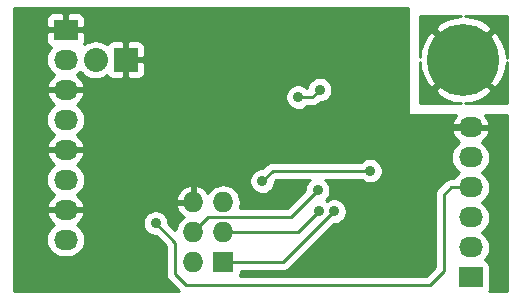
<source format=gbr>
G04 #@! TF.FileFunction,Copper,L2,Bot,Signal*
%FSLAX46Y46*%
G04 Gerber Fmt 4.6, Leading zero omitted, Abs format (unit mm)*
G04 Created by KiCad (PCBNEW 0.201412031631+5310~19~ubuntu14.04.1-product) date sáb 06 dic 2014 19:35:42 CET*
%MOMM*%
G01*
G04 APERTURE LIST*
%ADD10C,0.100000*%
%ADD11R,1.727200X1.727200*%
%ADD12O,1.727200X1.727200*%
%ADD13C,6.096000*%
%ADD14R,2.032000X1.727200*%
%ADD15O,2.032000X1.727200*%
%ADD16R,2.032000X2.032000*%
%ADD17O,2.032000X2.032000*%
%ADD18C,0.889000*%
%ADD19C,0.508000*%
%ADD20C,0.254000*%
G04 APERTURE END LIST*
D10*
D11*
X149225000Y-108585000D03*
D12*
X146685000Y-108585000D03*
X149225000Y-106045000D03*
X146685000Y-106045000D03*
X149225000Y-103505000D03*
X146685000Y-103505000D03*
D13*
X169545000Y-91440000D03*
D14*
X135890000Y-88900000D03*
D15*
X135890000Y-91440000D03*
X135890000Y-93980000D03*
X135890000Y-96520000D03*
X135890000Y-99060000D03*
X135890000Y-101600000D03*
X135890000Y-104140000D03*
X135890000Y-106680000D03*
D16*
X140970000Y-91440000D03*
D17*
X138430000Y-91440000D03*
D14*
X170180000Y-109855000D03*
D15*
X170180000Y-107315000D03*
X170180000Y-104775000D03*
X170180000Y-102235000D03*
X170180000Y-99695000D03*
X170180000Y-97155000D03*
D18*
X165227000Y-108331000D03*
X152400000Y-97663000D03*
X147193000Y-97028000D03*
X159131000Y-98806000D03*
X160528000Y-98806000D03*
X155575000Y-94615000D03*
X157408880Y-93980000D03*
X158623000Y-104267000D03*
X157353000Y-104267000D03*
X157226000Y-102489000D03*
X152527000Y-101727000D03*
X161671000Y-100838000D03*
X143510000Y-105283000D03*
D19*
X165227000Y-108331000D02*
X165227000Y-98171000D01*
X166243000Y-97155000D02*
X170180000Y-97155000D01*
X165227000Y-98171000D02*
X166243000Y-97155000D01*
X151765000Y-97028000D02*
X147193000Y-97028000D01*
X152400000Y-97663000D02*
X151765000Y-97028000D01*
X165227000Y-108331000D02*
X165100000Y-108204000D01*
D20*
X156773880Y-94615000D02*
X157408880Y-93980000D01*
X156773880Y-94615000D02*
X155575000Y-94615000D01*
X154305000Y-108585000D02*
X158623000Y-104267000D01*
X149225000Y-108585000D02*
X154305000Y-108585000D01*
X157353000Y-104267000D02*
X155575000Y-106045000D01*
X155575000Y-106045000D02*
X149225000Y-106045000D01*
X147955000Y-104775000D02*
X154940000Y-104775000D01*
X154940000Y-104775000D02*
X157226000Y-102489000D01*
X146685000Y-106045000D02*
X147955000Y-104775000D01*
X152527000Y-101727000D02*
X153416000Y-100838000D01*
X153416000Y-100838000D02*
X161671000Y-100838000D01*
X168529000Y-102235000D02*
X167894000Y-102870000D01*
X167894000Y-102870000D02*
X167894000Y-109347000D01*
X167894000Y-109347000D02*
X166751000Y-110490000D01*
X166751000Y-110490000D02*
X146050000Y-110490000D01*
X146050000Y-110490000D02*
X145161000Y-109601000D01*
X145161000Y-109601000D02*
X145161000Y-106934000D01*
X145161000Y-106934000D02*
X143510000Y-105283000D01*
X170180000Y-102235000D02*
X168529000Y-102235000D01*
G36*
X173228000Y-95123000D02*
X169716791Y-95123000D01*
X170249031Y-95073236D01*
X170944312Y-94866075D01*
X171585819Y-94527252D01*
X171616261Y-94506911D01*
X171958208Y-94032813D01*
X169545000Y-91619605D01*
X167131792Y-94032813D01*
X167473739Y-94506911D01*
X168111862Y-94852064D01*
X168805060Y-95066094D01*
X169354943Y-95123000D01*
X165862000Y-95123000D01*
X165862000Y-91611791D01*
X165911764Y-92144031D01*
X166118925Y-92839312D01*
X166457748Y-93480819D01*
X166478089Y-93511261D01*
X166952187Y-93853208D01*
X169365395Y-91440000D01*
X166952187Y-89026792D01*
X166478089Y-89368739D01*
X166132936Y-90006862D01*
X165918906Y-90700060D01*
X165862000Y-91249943D01*
X165862000Y-87757000D01*
X169373208Y-87757000D01*
X168840969Y-87806764D01*
X168145688Y-88013925D01*
X167504181Y-88352748D01*
X167473739Y-88373089D01*
X167131792Y-88847187D01*
X169545000Y-91260395D01*
X171958208Y-88847187D01*
X171616261Y-88373089D01*
X170978138Y-88027936D01*
X170284940Y-87813906D01*
X169735056Y-87757000D01*
X173228000Y-87757000D01*
X173228000Y-91268208D01*
X173178236Y-90735969D01*
X172971075Y-90040688D01*
X172632252Y-89399181D01*
X172611911Y-89368739D01*
X172137813Y-89026792D01*
X169724605Y-91440000D01*
X172137813Y-93853208D01*
X172611911Y-93511261D01*
X172957064Y-92873138D01*
X173171094Y-92179940D01*
X173228000Y-91630056D01*
X173228000Y-95123000D01*
X173228000Y-95123000D01*
G37*
X173228000Y-95123000D02*
X169716791Y-95123000D01*
X170249031Y-95073236D01*
X170944312Y-94866075D01*
X171585819Y-94527252D01*
X171616261Y-94506911D01*
X171958208Y-94032813D01*
X169545000Y-91619605D01*
X167131792Y-94032813D01*
X167473739Y-94506911D01*
X168111862Y-94852064D01*
X168805060Y-95066094D01*
X169354943Y-95123000D01*
X165862000Y-95123000D01*
X165862000Y-91611791D01*
X165911764Y-92144031D01*
X166118925Y-92839312D01*
X166457748Y-93480819D01*
X166478089Y-93511261D01*
X166952187Y-93853208D01*
X169365395Y-91440000D01*
X166952187Y-89026792D01*
X166478089Y-89368739D01*
X166132936Y-90006862D01*
X165918906Y-90700060D01*
X165862000Y-91249943D01*
X165862000Y-87757000D01*
X169373208Y-87757000D01*
X168840969Y-87806764D01*
X168145688Y-88013925D01*
X167504181Y-88352748D01*
X167473739Y-88373089D01*
X167131792Y-88847187D01*
X169545000Y-91260395D01*
X171958208Y-88847187D01*
X171616261Y-88373089D01*
X170978138Y-88027936D01*
X170284940Y-87813906D01*
X169735056Y-87757000D01*
X173228000Y-87757000D01*
X173228000Y-91268208D01*
X173178236Y-90735969D01*
X172971075Y-90040688D01*
X172632252Y-89399181D01*
X172611911Y-89368739D01*
X172137813Y-89026792D01*
X169724605Y-91440000D01*
X172137813Y-93853208D01*
X172611911Y-93511261D01*
X172957064Y-92873138D01*
X173171094Y-92179940D01*
X173228000Y-91630056D01*
X173228000Y-95123000D01*
G36*
X173280000Y-111050000D02*
X171739665Y-111050000D01*
X171808919Y-110895989D01*
X171834072Y-110718600D01*
X171834072Y-108991400D01*
X171825697Y-108888357D01*
X171772227Y-108717359D01*
X171673326Y-108567966D01*
X171536792Y-108451958D01*
X171388098Y-108385095D01*
X171396353Y-108378363D01*
X171582784Y-108153006D01*
X171721892Y-107895731D01*
X171808379Y-107616335D01*
X171838951Y-107325462D01*
X171812444Y-107034190D01*
X171729866Y-106753615D01*
X171594363Y-106494422D01*
X171411097Y-106266485D01*
X171187048Y-106078485D01*
X171127413Y-106045700D01*
X171169701Y-106023216D01*
X171396353Y-105838363D01*
X171582784Y-105613006D01*
X171721892Y-105355731D01*
X171808379Y-105076335D01*
X171838951Y-104785462D01*
X171812444Y-104494190D01*
X171729866Y-104213615D01*
X171594363Y-103954422D01*
X171411097Y-103726485D01*
X171187048Y-103538485D01*
X171127413Y-103505700D01*
X171169701Y-103483216D01*
X171396353Y-103298363D01*
X171582784Y-103073006D01*
X171721892Y-102815731D01*
X171808379Y-102536335D01*
X171838951Y-102245462D01*
X171812444Y-101954190D01*
X171729866Y-101673615D01*
X171594363Y-101414422D01*
X171411097Y-101186485D01*
X171187048Y-100998485D01*
X171127413Y-100965700D01*
X171169701Y-100943216D01*
X171396353Y-100758363D01*
X171582784Y-100533006D01*
X171721892Y-100275731D01*
X171808379Y-99996335D01*
X171838951Y-99705462D01*
X171812444Y-99414190D01*
X171729866Y-99133615D01*
X171594363Y-98874422D01*
X171411097Y-98646485D01*
X171187048Y-98458485D01*
X171125127Y-98424444D01*
X171331729Y-98273486D01*
X171530733Y-98057035D01*
X171683686Y-97805919D01*
X171784709Y-97529789D01*
X171787358Y-97514026D01*
X171666217Y-97282000D01*
X170307000Y-97282000D01*
X170307000Y-97302000D01*
X170053000Y-97302000D01*
X170053000Y-97282000D01*
X168693783Y-97282000D01*
X168572642Y-97514026D01*
X168575291Y-97529789D01*
X168676314Y-97805919D01*
X168829267Y-98057035D01*
X169028271Y-98273486D01*
X169233794Y-98423656D01*
X169190299Y-98446784D01*
X168963647Y-98631637D01*
X168777216Y-98856994D01*
X168638108Y-99114269D01*
X168551621Y-99393665D01*
X168521049Y-99684538D01*
X168547556Y-99975810D01*
X168630134Y-100256385D01*
X168765637Y-100515578D01*
X168948903Y-100743515D01*
X169172952Y-100931515D01*
X169232586Y-100964299D01*
X169190299Y-100986784D01*
X168963647Y-101171637D01*
X168777216Y-101396994D01*
X168736119Y-101473000D01*
X168529000Y-101473000D01*
X168458936Y-101479869D01*
X168388830Y-101486003D01*
X168384982Y-101487120D01*
X168380993Y-101487512D01*
X168313627Y-101507850D01*
X168246018Y-101527493D01*
X168242457Y-101529338D01*
X168238624Y-101530496D01*
X168176482Y-101563537D01*
X168113986Y-101595933D01*
X168110855Y-101598431D01*
X168107316Y-101600314D01*
X168052769Y-101644800D01*
X167997760Y-101688714D01*
X167992181Y-101694215D01*
X167992069Y-101694307D01*
X167991983Y-101694410D01*
X167990185Y-101696184D01*
X167355185Y-102331185D01*
X167310487Y-102385599D01*
X167265264Y-102439495D01*
X167263335Y-102443002D01*
X167260789Y-102446103D01*
X167227510Y-102508168D01*
X167193619Y-102569816D01*
X167192407Y-102573636D01*
X167190514Y-102577167D01*
X167169939Y-102644464D01*
X167148652Y-102711571D01*
X167148205Y-102715554D01*
X167147034Y-102719385D01*
X167139924Y-102789372D01*
X167132074Y-102859361D01*
X167132019Y-102867197D01*
X167132005Y-102867340D01*
X167132017Y-102867473D01*
X167132000Y-102870000D01*
X167132000Y-109031370D01*
X166435370Y-109728000D01*
X150655647Y-109728000D01*
X150701519Y-109625989D01*
X150726672Y-109448600D01*
X150726672Y-109347000D01*
X154305000Y-109347000D01*
X154375113Y-109340125D01*
X154445170Y-109333996D01*
X154449012Y-109332879D01*
X154453007Y-109332488D01*
X154520459Y-109312122D01*
X154587982Y-109292506D01*
X154591537Y-109290662D01*
X154595376Y-109289504D01*
X154657553Y-109256443D01*
X154720014Y-109224067D01*
X154723144Y-109221568D01*
X154726684Y-109219686D01*
X154781230Y-109175199D01*
X154836240Y-109131286D01*
X154841814Y-109125787D01*
X154841931Y-109125693D01*
X154842020Y-109125585D01*
X154843815Y-109123815D01*
X158620891Y-105346738D01*
X158706219Y-105348526D01*
X158914704Y-105311765D01*
X159112077Y-105235208D01*
X159290822Y-105121773D01*
X159444130Y-104975780D01*
X159566161Y-104802790D01*
X159652268Y-104609392D01*
X159699170Y-104402952D01*
X159702546Y-104161150D01*
X159661426Y-103953481D01*
X159580754Y-103757753D01*
X159463600Y-103581423D01*
X159314428Y-103431207D01*
X159138921Y-103312825D01*
X158943761Y-103230788D01*
X158736384Y-103188219D01*
X158524689Y-103186741D01*
X158316738Y-103226410D01*
X158120452Y-103305715D01*
X157987430Y-103392761D01*
X157902521Y-103335488D01*
X158047130Y-103197780D01*
X158169161Y-103024790D01*
X158255268Y-102831392D01*
X158302170Y-102624952D01*
X158305546Y-102383150D01*
X158264426Y-102175481D01*
X158183754Y-101979753D01*
X158066600Y-101803423D01*
X157917428Y-101653207D01*
X157838546Y-101600000D01*
X160906109Y-101600000D01*
X160967969Y-101664058D01*
X161141807Y-101784879D01*
X161335802Y-101869633D01*
X161542564Y-101915093D01*
X161754219Y-101919526D01*
X161962704Y-101882765D01*
X162160077Y-101806208D01*
X162338822Y-101692773D01*
X162492130Y-101546780D01*
X162614161Y-101373790D01*
X162700268Y-101180392D01*
X162747170Y-100973952D01*
X162750546Y-100732150D01*
X162709426Y-100524481D01*
X162628754Y-100328753D01*
X162511600Y-100152423D01*
X162362428Y-100002207D01*
X162186921Y-99883825D01*
X161991761Y-99801788D01*
X161784384Y-99759219D01*
X161572689Y-99757741D01*
X161364738Y-99797410D01*
X161168452Y-99876715D01*
X160991308Y-99992634D01*
X160906177Y-100076000D01*
X158488426Y-100076000D01*
X158488426Y-93874150D01*
X158447306Y-93666481D01*
X158366634Y-93470753D01*
X158249480Y-93294423D01*
X158100308Y-93144207D01*
X157924801Y-93025825D01*
X157729641Y-92943788D01*
X157522264Y-92901219D01*
X157310569Y-92899741D01*
X157102618Y-92939410D01*
X156906332Y-93018715D01*
X156729188Y-93134634D01*
X156577934Y-93282753D01*
X156458330Y-93457431D01*
X156374932Y-93652012D01*
X156333532Y-93846781D01*
X156266428Y-93779207D01*
X156090921Y-93660825D01*
X155895761Y-93578788D01*
X155688384Y-93536219D01*
X155476689Y-93534741D01*
X155268738Y-93574410D01*
X155072452Y-93653715D01*
X154895308Y-93769634D01*
X154744054Y-93917753D01*
X154624450Y-94092431D01*
X154541052Y-94287012D01*
X154497037Y-94494087D01*
X154494081Y-94705767D01*
X154532297Y-94913990D01*
X154610230Y-95110825D01*
X154724910Y-95288773D01*
X154871969Y-95441058D01*
X155045807Y-95561879D01*
X155239802Y-95646633D01*
X155446564Y-95692093D01*
X155658219Y-95696526D01*
X155866704Y-95659765D01*
X156064077Y-95583208D01*
X156242822Y-95469773D01*
X156340243Y-95377000D01*
X156773880Y-95377000D01*
X156843993Y-95370125D01*
X156914050Y-95363996D01*
X156917892Y-95362879D01*
X156921887Y-95362488D01*
X156989339Y-95342122D01*
X157056862Y-95322506D01*
X157060417Y-95320662D01*
X157064256Y-95319504D01*
X157126433Y-95286443D01*
X157188894Y-95254067D01*
X157192024Y-95251568D01*
X157195564Y-95249686D01*
X157250110Y-95205199D01*
X157305120Y-95161286D01*
X157310694Y-95155787D01*
X157310811Y-95155693D01*
X157310900Y-95155585D01*
X157312695Y-95153815D01*
X157406771Y-95059738D01*
X157492099Y-95061526D01*
X157700584Y-95024765D01*
X157897957Y-94948208D01*
X158076702Y-94834773D01*
X158230010Y-94688780D01*
X158352041Y-94515790D01*
X158438148Y-94322392D01*
X158485050Y-94115952D01*
X158488426Y-93874150D01*
X158488426Y-100076000D01*
X153416000Y-100076000D01*
X153345936Y-100082869D01*
X153275830Y-100089003D01*
X153271982Y-100090120D01*
X153267993Y-100090512D01*
X153200581Y-100110864D01*
X153133018Y-100130494D01*
X153129462Y-100132337D01*
X153125624Y-100133496D01*
X153063446Y-100166556D01*
X153000986Y-100198933D01*
X152997855Y-100201431D01*
X152994316Y-100203314D01*
X152939769Y-100247800D01*
X152884760Y-100291714D01*
X152879185Y-100297212D01*
X152879069Y-100297307D01*
X152878979Y-100297414D01*
X152877185Y-100299185D01*
X152528929Y-100647440D01*
X152428689Y-100646741D01*
X152220738Y-100686410D01*
X152024452Y-100765715D01*
X151847308Y-100881634D01*
X151696054Y-101029753D01*
X151576450Y-101204431D01*
X151493052Y-101399012D01*
X151449037Y-101606087D01*
X151446081Y-101817767D01*
X151484297Y-102025990D01*
X151562230Y-102222825D01*
X151676910Y-102400773D01*
X151823969Y-102553058D01*
X151997807Y-102673879D01*
X152191802Y-102758633D01*
X152398564Y-102804093D01*
X152610219Y-102808526D01*
X152818704Y-102771765D01*
X153016077Y-102695208D01*
X153194822Y-102581773D01*
X153348130Y-102435780D01*
X153470161Y-102262790D01*
X153556268Y-102069392D01*
X153603170Y-101862952D01*
X153605074Y-101726555D01*
X153731630Y-101600000D01*
X156612988Y-101600000D01*
X156546308Y-101643634D01*
X156395054Y-101791753D01*
X156275450Y-101966431D01*
X156192052Y-102161012D01*
X156148037Y-102368087D01*
X156146319Y-102491049D01*
X154624369Y-104013000D01*
X150630842Y-104013000D01*
X150690852Y-103823827D01*
X150723454Y-103533175D01*
X150723600Y-103512251D01*
X150723600Y-103497749D01*
X150695059Y-103206669D01*
X150610525Y-102926677D01*
X150473216Y-102668436D01*
X150288363Y-102441784D01*
X150063006Y-102255353D01*
X149805731Y-102116245D01*
X149526335Y-102029758D01*
X149235462Y-101999186D01*
X148944190Y-102025693D01*
X148663615Y-102108271D01*
X148404422Y-102243774D01*
X148176485Y-102427040D01*
X147988485Y-102651089D01*
X147951922Y-102717595D01*
X147891817Y-102616512D01*
X147695293Y-102398146D01*
X147459944Y-102222316D01*
X147194814Y-102095778D01*
X147044026Y-102050042D01*
X146812000Y-102171183D01*
X146812000Y-103378000D01*
X146832000Y-103378000D01*
X146832000Y-103632000D01*
X146812000Y-103632000D01*
X146812000Y-103652000D01*
X146558000Y-103652000D01*
X146558000Y-103632000D01*
X146558000Y-103378000D01*
X146558000Y-102171183D01*
X146325974Y-102050042D01*
X146175186Y-102095778D01*
X145910056Y-102222316D01*
X145674707Y-102398146D01*
X145478183Y-102616512D01*
X145328036Y-102869022D01*
X145230037Y-103145973D01*
X145350536Y-103378000D01*
X146558000Y-103378000D01*
X146558000Y-103632000D01*
X145350536Y-103632000D01*
X145230037Y-103864027D01*
X145328036Y-104140978D01*
X145478183Y-104393488D01*
X145674707Y-104611854D01*
X145888190Y-104771348D01*
X145864422Y-104783774D01*
X145636485Y-104967040D01*
X145448485Y-105191089D01*
X145307584Y-105447388D01*
X145219148Y-105726173D01*
X145200152Y-105895521D01*
X144588062Y-105283431D01*
X144589546Y-105177150D01*
X144548426Y-104969481D01*
X144467754Y-104773753D01*
X144350600Y-104597423D01*
X144201428Y-104447207D01*
X144025921Y-104328825D01*
X143830761Y-104246788D01*
X143623384Y-104204219D01*
X143411689Y-104202741D01*
X143203738Y-104242410D01*
X143007452Y-104321715D01*
X142830308Y-104437634D01*
X142679054Y-104585753D01*
X142621000Y-104670539D01*
X142621000Y-92518542D01*
X142621000Y-92393458D01*
X142621000Y-91725750D01*
X142621000Y-91154250D01*
X142621000Y-90486542D01*
X142621000Y-90361458D01*
X142596597Y-90238777D01*
X142548730Y-90123215D01*
X142479237Y-90019211D01*
X142390789Y-89930763D01*
X142286785Y-89861270D01*
X142171223Y-89813403D01*
X142048542Y-89789000D01*
X141255750Y-89789000D01*
X141097000Y-89947750D01*
X141097000Y-91313000D01*
X142462250Y-91313000D01*
X142621000Y-91154250D01*
X142621000Y-91725750D01*
X142462250Y-91567000D01*
X141097000Y-91567000D01*
X141097000Y-92932250D01*
X141255750Y-93091000D01*
X142048542Y-93091000D01*
X142171223Y-93066597D01*
X142286785Y-93018730D01*
X142390789Y-92949237D01*
X142479237Y-92860789D01*
X142548730Y-92756785D01*
X142596597Y-92641223D01*
X142621000Y-92518542D01*
X142621000Y-104670539D01*
X142559450Y-104760431D01*
X142476052Y-104955012D01*
X142432037Y-105162087D01*
X142429081Y-105373767D01*
X142467297Y-105581990D01*
X142545230Y-105778825D01*
X142659910Y-105956773D01*
X142806969Y-106109058D01*
X142980807Y-106229879D01*
X143174802Y-106314633D01*
X143381564Y-106360093D01*
X143512198Y-106362829D01*
X144399000Y-107249630D01*
X144399000Y-109601000D01*
X144405874Y-109671113D01*
X144412004Y-109741170D01*
X144413120Y-109745012D01*
X144413512Y-109749007D01*
X144433877Y-109816459D01*
X144453494Y-109883982D01*
X144455337Y-109887537D01*
X144456496Y-109891376D01*
X144489556Y-109953553D01*
X144521933Y-110016014D01*
X144524431Y-110019144D01*
X144526314Y-110022684D01*
X144570800Y-110077230D01*
X144614714Y-110132240D01*
X144620212Y-110137814D01*
X144620307Y-110137931D01*
X144620414Y-110138020D01*
X144622185Y-110139815D01*
X145511185Y-111028815D01*
X145536975Y-111050000D01*
X140843000Y-111050000D01*
X140843000Y-92932250D01*
X140843000Y-91567000D01*
X140823000Y-91567000D01*
X140823000Y-91313000D01*
X140843000Y-91313000D01*
X140843000Y-89947750D01*
X140684250Y-89789000D01*
X139891458Y-89789000D01*
X139768777Y-89813403D01*
X139653215Y-89861270D01*
X139549211Y-89930763D01*
X139460763Y-90019211D01*
X139403368Y-90105108D01*
X139370749Y-90077738D01*
X139088386Y-89922508D01*
X138781250Y-89825078D01*
X138461040Y-89789161D01*
X138437988Y-89789000D01*
X138422012Y-89789000D01*
X138101331Y-89820443D01*
X137792865Y-89913574D01*
X137508363Y-90064847D01*
X137420588Y-90136434D01*
X137468730Y-90064385D01*
X137516597Y-89948823D01*
X137541000Y-89826142D01*
X137541000Y-89185750D01*
X137541000Y-88614250D01*
X137541000Y-87973858D01*
X137516597Y-87851177D01*
X137468730Y-87735615D01*
X137399237Y-87631611D01*
X137310789Y-87543163D01*
X137206785Y-87473670D01*
X137091223Y-87425803D01*
X136968542Y-87401400D01*
X136843458Y-87401400D01*
X136175750Y-87401400D01*
X136017000Y-87560150D01*
X136017000Y-88773000D01*
X137382250Y-88773000D01*
X137541000Y-88614250D01*
X137541000Y-89185750D01*
X137382250Y-89027000D01*
X136017000Y-89027000D01*
X136017000Y-89047000D01*
X135763000Y-89047000D01*
X135763000Y-89027000D01*
X135763000Y-88773000D01*
X135763000Y-87560150D01*
X135604250Y-87401400D01*
X134936542Y-87401400D01*
X134811458Y-87401400D01*
X134688777Y-87425803D01*
X134573215Y-87473670D01*
X134469211Y-87543163D01*
X134380763Y-87631611D01*
X134311270Y-87735615D01*
X134263403Y-87851177D01*
X134239000Y-87973858D01*
X134239000Y-88614250D01*
X134397750Y-88773000D01*
X135763000Y-88773000D01*
X135763000Y-89027000D01*
X134397750Y-89027000D01*
X134239000Y-89185750D01*
X134239000Y-89826142D01*
X134263403Y-89948823D01*
X134311270Y-90064385D01*
X134380763Y-90168389D01*
X134469211Y-90256837D01*
X134573215Y-90326330D01*
X134680727Y-90370862D01*
X134673647Y-90376637D01*
X134487216Y-90601994D01*
X134348108Y-90859269D01*
X134261621Y-91138665D01*
X134231049Y-91429538D01*
X134257556Y-91720810D01*
X134340134Y-92001385D01*
X134475637Y-92260578D01*
X134658903Y-92488515D01*
X134882952Y-92676515D01*
X134944872Y-92710555D01*
X134738271Y-92861514D01*
X134539267Y-93077965D01*
X134386314Y-93329081D01*
X134285291Y-93605211D01*
X134282642Y-93620974D01*
X134403783Y-93853000D01*
X135763000Y-93853000D01*
X135763000Y-93833000D01*
X136017000Y-93833000D01*
X136017000Y-93853000D01*
X137376217Y-93853000D01*
X137497358Y-93620974D01*
X137494709Y-93605211D01*
X137393686Y-93329081D01*
X137240733Y-93077965D01*
X137041729Y-92861514D01*
X136836205Y-92711343D01*
X136879701Y-92688216D01*
X137106353Y-92503363D01*
X137137932Y-92465190D01*
X137242418Y-92595144D01*
X137489251Y-92802262D01*
X137771614Y-92957492D01*
X138078750Y-93054922D01*
X138398960Y-93090839D01*
X138422012Y-93091000D01*
X138437988Y-93091000D01*
X138758669Y-93059557D01*
X139067135Y-92966426D01*
X139351637Y-92815153D01*
X139402533Y-92773642D01*
X139460763Y-92860789D01*
X139549211Y-92949237D01*
X139653215Y-93018730D01*
X139768777Y-93066597D01*
X139891458Y-93091000D01*
X140684250Y-93091000D01*
X140843000Y-92932250D01*
X140843000Y-111050000D01*
X137548951Y-111050000D01*
X137548951Y-106690462D01*
X137548951Y-101610462D01*
X137548951Y-96530462D01*
X137522444Y-96239190D01*
X137439866Y-95958615D01*
X137304363Y-95699422D01*
X137121097Y-95471485D01*
X136897048Y-95283485D01*
X136835127Y-95249444D01*
X137041729Y-95098486D01*
X137240733Y-94882035D01*
X137393686Y-94630919D01*
X137494709Y-94354789D01*
X137497358Y-94339026D01*
X137376217Y-94107000D01*
X136017000Y-94107000D01*
X136017000Y-94127000D01*
X135763000Y-94127000D01*
X135763000Y-94107000D01*
X134403783Y-94107000D01*
X134282642Y-94339026D01*
X134285291Y-94354789D01*
X134386314Y-94630919D01*
X134539267Y-94882035D01*
X134738271Y-95098486D01*
X134943794Y-95248656D01*
X134900299Y-95271784D01*
X134673647Y-95456637D01*
X134487216Y-95681994D01*
X134348108Y-95939269D01*
X134261621Y-96218665D01*
X134231049Y-96509538D01*
X134257556Y-96800810D01*
X134340134Y-97081385D01*
X134475637Y-97340578D01*
X134658903Y-97568515D01*
X134882952Y-97756515D01*
X134944872Y-97790555D01*
X134738271Y-97941514D01*
X134539267Y-98157965D01*
X134386314Y-98409081D01*
X134285291Y-98685211D01*
X134282642Y-98700974D01*
X134403783Y-98933000D01*
X135763000Y-98933000D01*
X135763000Y-98913000D01*
X136017000Y-98913000D01*
X136017000Y-98933000D01*
X137376217Y-98933000D01*
X137497358Y-98700974D01*
X137494709Y-98685211D01*
X137393686Y-98409081D01*
X137240733Y-98157965D01*
X137041729Y-97941514D01*
X136836205Y-97791343D01*
X136879701Y-97768216D01*
X137106353Y-97583363D01*
X137292784Y-97358006D01*
X137431892Y-97100731D01*
X137518379Y-96821335D01*
X137548951Y-96530462D01*
X137548951Y-101610462D01*
X137522444Y-101319190D01*
X137439866Y-101038615D01*
X137304363Y-100779422D01*
X137121097Y-100551485D01*
X136897048Y-100363485D01*
X136835127Y-100329444D01*
X137041729Y-100178486D01*
X137240733Y-99962035D01*
X137393686Y-99710919D01*
X137494709Y-99434789D01*
X137497358Y-99419026D01*
X137376217Y-99187000D01*
X136017000Y-99187000D01*
X136017000Y-99207000D01*
X135763000Y-99207000D01*
X135763000Y-99187000D01*
X134403783Y-99187000D01*
X134282642Y-99419026D01*
X134285291Y-99434789D01*
X134386314Y-99710919D01*
X134539267Y-99962035D01*
X134738271Y-100178486D01*
X134943794Y-100328656D01*
X134900299Y-100351784D01*
X134673647Y-100536637D01*
X134487216Y-100761994D01*
X134348108Y-101019269D01*
X134261621Y-101298665D01*
X134231049Y-101589538D01*
X134257556Y-101880810D01*
X134340134Y-102161385D01*
X134475637Y-102420578D01*
X134658903Y-102648515D01*
X134882952Y-102836515D01*
X134944872Y-102870555D01*
X134738271Y-103021514D01*
X134539267Y-103237965D01*
X134386314Y-103489081D01*
X134285291Y-103765211D01*
X134282642Y-103780974D01*
X134403783Y-104013000D01*
X135763000Y-104013000D01*
X135763000Y-103993000D01*
X136017000Y-103993000D01*
X136017000Y-104013000D01*
X137376217Y-104013000D01*
X137497358Y-103780974D01*
X137494709Y-103765211D01*
X137393686Y-103489081D01*
X137240733Y-103237965D01*
X137041729Y-103021514D01*
X136836205Y-102871343D01*
X136879701Y-102848216D01*
X137106353Y-102663363D01*
X137292784Y-102438006D01*
X137431892Y-102180731D01*
X137518379Y-101901335D01*
X137548951Y-101610462D01*
X137548951Y-106690462D01*
X137522444Y-106399190D01*
X137439866Y-106118615D01*
X137304363Y-105859422D01*
X137121097Y-105631485D01*
X136897048Y-105443485D01*
X136835127Y-105409444D01*
X137041729Y-105258486D01*
X137240733Y-105042035D01*
X137393686Y-104790919D01*
X137494709Y-104514789D01*
X137497358Y-104499026D01*
X137376217Y-104267000D01*
X136017000Y-104267000D01*
X136017000Y-104287000D01*
X135763000Y-104287000D01*
X135763000Y-104267000D01*
X134403783Y-104267000D01*
X134282642Y-104499026D01*
X134285291Y-104514789D01*
X134386314Y-104790919D01*
X134539267Y-105042035D01*
X134738271Y-105258486D01*
X134943794Y-105408656D01*
X134900299Y-105431784D01*
X134673647Y-105616637D01*
X134487216Y-105841994D01*
X134348108Y-106099269D01*
X134261621Y-106378665D01*
X134231049Y-106669538D01*
X134257556Y-106960810D01*
X134340134Y-107241385D01*
X134475637Y-107500578D01*
X134658903Y-107728515D01*
X134882952Y-107916515D01*
X135139251Y-108057416D01*
X135418036Y-108145852D01*
X135708688Y-108178454D01*
X135729612Y-108178600D01*
X136050388Y-108178600D01*
X136341468Y-108150059D01*
X136621460Y-108065525D01*
X136879701Y-107928216D01*
X137106353Y-107743363D01*
X137292784Y-107518006D01*
X137431892Y-107260731D01*
X137518379Y-106981335D01*
X137548951Y-106690462D01*
X137548951Y-111050000D01*
X131520000Y-111050000D01*
X131520000Y-87070000D01*
X164846000Y-87070000D01*
X164846000Y-96139000D01*
X168934045Y-96139000D01*
X168829267Y-96252965D01*
X168676314Y-96504081D01*
X168575291Y-96780211D01*
X168572642Y-96795974D01*
X168693783Y-97028000D01*
X170053000Y-97028000D01*
X170053000Y-97008000D01*
X170307000Y-97008000D01*
X170307000Y-97028000D01*
X171666217Y-97028000D01*
X171787358Y-96795974D01*
X171784709Y-96780211D01*
X171683686Y-96504081D01*
X171530733Y-96252965D01*
X171425954Y-96139000D01*
X173280000Y-96139000D01*
X173280000Y-111050000D01*
X173280000Y-111050000D01*
G37*
X173280000Y-111050000D02*
X171739665Y-111050000D01*
X171808919Y-110895989D01*
X171834072Y-110718600D01*
X171834072Y-108991400D01*
X171825697Y-108888357D01*
X171772227Y-108717359D01*
X171673326Y-108567966D01*
X171536792Y-108451958D01*
X171388098Y-108385095D01*
X171396353Y-108378363D01*
X171582784Y-108153006D01*
X171721892Y-107895731D01*
X171808379Y-107616335D01*
X171838951Y-107325462D01*
X171812444Y-107034190D01*
X171729866Y-106753615D01*
X171594363Y-106494422D01*
X171411097Y-106266485D01*
X171187048Y-106078485D01*
X171127413Y-106045700D01*
X171169701Y-106023216D01*
X171396353Y-105838363D01*
X171582784Y-105613006D01*
X171721892Y-105355731D01*
X171808379Y-105076335D01*
X171838951Y-104785462D01*
X171812444Y-104494190D01*
X171729866Y-104213615D01*
X171594363Y-103954422D01*
X171411097Y-103726485D01*
X171187048Y-103538485D01*
X171127413Y-103505700D01*
X171169701Y-103483216D01*
X171396353Y-103298363D01*
X171582784Y-103073006D01*
X171721892Y-102815731D01*
X171808379Y-102536335D01*
X171838951Y-102245462D01*
X171812444Y-101954190D01*
X171729866Y-101673615D01*
X171594363Y-101414422D01*
X171411097Y-101186485D01*
X171187048Y-100998485D01*
X171127413Y-100965700D01*
X171169701Y-100943216D01*
X171396353Y-100758363D01*
X171582784Y-100533006D01*
X171721892Y-100275731D01*
X171808379Y-99996335D01*
X171838951Y-99705462D01*
X171812444Y-99414190D01*
X171729866Y-99133615D01*
X171594363Y-98874422D01*
X171411097Y-98646485D01*
X171187048Y-98458485D01*
X171125127Y-98424444D01*
X171331729Y-98273486D01*
X171530733Y-98057035D01*
X171683686Y-97805919D01*
X171784709Y-97529789D01*
X171787358Y-97514026D01*
X171666217Y-97282000D01*
X170307000Y-97282000D01*
X170307000Y-97302000D01*
X170053000Y-97302000D01*
X170053000Y-97282000D01*
X168693783Y-97282000D01*
X168572642Y-97514026D01*
X168575291Y-97529789D01*
X168676314Y-97805919D01*
X168829267Y-98057035D01*
X169028271Y-98273486D01*
X169233794Y-98423656D01*
X169190299Y-98446784D01*
X168963647Y-98631637D01*
X168777216Y-98856994D01*
X168638108Y-99114269D01*
X168551621Y-99393665D01*
X168521049Y-99684538D01*
X168547556Y-99975810D01*
X168630134Y-100256385D01*
X168765637Y-100515578D01*
X168948903Y-100743515D01*
X169172952Y-100931515D01*
X169232586Y-100964299D01*
X169190299Y-100986784D01*
X168963647Y-101171637D01*
X168777216Y-101396994D01*
X168736119Y-101473000D01*
X168529000Y-101473000D01*
X168458936Y-101479869D01*
X168388830Y-101486003D01*
X168384982Y-101487120D01*
X168380993Y-101487512D01*
X168313627Y-101507850D01*
X168246018Y-101527493D01*
X168242457Y-101529338D01*
X168238624Y-101530496D01*
X168176482Y-101563537D01*
X168113986Y-101595933D01*
X168110855Y-101598431D01*
X168107316Y-101600314D01*
X168052769Y-101644800D01*
X167997760Y-101688714D01*
X167992181Y-101694215D01*
X167992069Y-101694307D01*
X167991983Y-101694410D01*
X167990185Y-101696184D01*
X167355185Y-102331185D01*
X167310487Y-102385599D01*
X167265264Y-102439495D01*
X167263335Y-102443002D01*
X167260789Y-102446103D01*
X167227510Y-102508168D01*
X167193619Y-102569816D01*
X167192407Y-102573636D01*
X167190514Y-102577167D01*
X167169939Y-102644464D01*
X167148652Y-102711571D01*
X167148205Y-102715554D01*
X167147034Y-102719385D01*
X167139924Y-102789372D01*
X167132074Y-102859361D01*
X167132019Y-102867197D01*
X167132005Y-102867340D01*
X167132017Y-102867473D01*
X167132000Y-102870000D01*
X167132000Y-109031370D01*
X166435370Y-109728000D01*
X150655647Y-109728000D01*
X150701519Y-109625989D01*
X150726672Y-109448600D01*
X150726672Y-109347000D01*
X154305000Y-109347000D01*
X154375113Y-109340125D01*
X154445170Y-109333996D01*
X154449012Y-109332879D01*
X154453007Y-109332488D01*
X154520459Y-109312122D01*
X154587982Y-109292506D01*
X154591537Y-109290662D01*
X154595376Y-109289504D01*
X154657553Y-109256443D01*
X154720014Y-109224067D01*
X154723144Y-109221568D01*
X154726684Y-109219686D01*
X154781230Y-109175199D01*
X154836240Y-109131286D01*
X154841814Y-109125787D01*
X154841931Y-109125693D01*
X154842020Y-109125585D01*
X154843815Y-109123815D01*
X158620891Y-105346738D01*
X158706219Y-105348526D01*
X158914704Y-105311765D01*
X159112077Y-105235208D01*
X159290822Y-105121773D01*
X159444130Y-104975780D01*
X159566161Y-104802790D01*
X159652268Y-104609392D01*
X159699170Y-104402952D01*
X159702546Y-104161150D01*
X159661426Y-103953481D01*
X159580754Y-103757753D01*
X159463600Y-103581423D01*
X159314428Y-103431207D01*
X159138921Y-103312825D01*
X158943761Y-103230788D01*
X158736384Y-103188219D01*
X158524689Y-103186741D01*
X158316738Y-103226410D01*
X158120452Y-103305715D01*
X157987430Y-103392761D01*
X157902521Y-103335488D01*
X158047130Y-103197780D01*
X158169161Y-103024790D01*
X158255268Y-102831392D01*
X158302170Y-102624952D01*
X158305546Y-102383150D01*
X158264426Y-102175481D01*
X158183754Y-101979753D01*
X158066600Y-101803423D01*
X157917428Y-101653207D01*
X157838546Y-101600000D01*
X160906109Y-101600000D01*
X160967969Y-101664058D01*
X161141807Y-101784879D01*
X161335802Y-101869633D01*
X161542564Y-101915093D01*
X161754219Y-101919526D01*
X161962704Y-101882765D01*
X162160077Y-101806208D01*
X162338822Y-101692773D01*
X162492130Y-101546780D01*
X162614161Y-101373790D01*
X162700268Y-101180392D01*
X162747170Y-100973952D01*
X162750546Y-100732150D01*
X162709426Y-100524481D01*
X162628754Y-100328753D01*
X162511600Y-100152423D01*
X162362428Y-100002207D01*
X162186921Y-99883825D01*
X161991761Y-99801788D01*
X161784384Y-99759219D01*
X161572689Y-99757741D01*
X161364738Y-99797410D01*
X161168452Y-99876715D01*
X160991308Y-99992634D01*
X160906177Y-100076000D01*
X158488426Y-100076000D01*
X158488426Y-93874150D01*
X158447306Y-93666481D01*
X158366634Y-93470753D01*
X158249480Y-93294423D01*
X158100308Y-93144207D01*
X157924801Y-93025825D01*
X157729641Y-92943788D01*
X157522264Y-92901219D01*
X157310569Y-92899741D01*
X157102618Y-92939410D01*
X156906332Y-93018715D01*
X156729188Y-93134634D01*
X156577934Y-93282753D01*
X156458330Y-93457431D01*
X156374932Y-93652012D01*
X156333532Y-93846781D01*
X156266428Y-93779207D01*
X156090921Y-93660825D01*
X155895761Y-93578788D01*
X155688384Y-93536219D01*
X155476689Y-93534741D01*
X155268738Y-93574410D01*
X155072452Y-93653715D01*
X154895308Y-93769634D01*
X154744054Y-93917753D01*
X154624450Y-94092431D01*
X154541052Y-94287012D01*
X154497037Y-94494087D01*
X154494081Y-94705767D01*
X154532297Y-94913990D01*
X154610230Y-95110825D01*
X154724910Y-95288773D01*
X154871969Y-95441058D01*
X155045807Y-95561879D01*
X155239802Y-95646633D01*
X155446564Y-95692093D01*
X155658219Y-95696526D01*
X155866704Y-95659765D01*
X156064077Y-95583208D01*
X156242822Y-95469773D01*
X156340243Y-95377000D01*
X156773880Y-95377000D01*
X156843993Y-95370125D01*
X156914050Y-95363996D01*
X156917892Y-95362879D01*
X156921887Y-95362488D01*
X156989339Y-95342122D01*
X157056862Y-95322506D01*
X157060417Y-95320662D01*
X157064256Y-95319504D01*
X157126433Y-95286443D01*
X157188894Y-95254067D01*
X157192024Y-95251568D01*
X157195564Y-95249686D01*
X157250110Y-95205199D01*
X157305120Y-95161286D01*
X157310694Y-95155787D01*
X157310811Y-95155693D01*
X157310900Y-95155585D01*
X157312695Y-95153815D01*
X157406771Y-95059738D01*
X157492099Y-95061526D01*
X157700584Y-95024765D01*
X157897957Y-94948208D01*
X158076702Y-94834773D01*
X158230010Y-94688780D01*
X158352041Y-94515790D01*
X158438148Y-94322392D01*
X158485050Y-94115952D01*
X158488426Y-93874150D01*
X158488426Y-100076000D01*
X153416000Y-100076000D01*
X153345936Y-100082869D01*
X153275830Y-100089003D01*
X153271982Y-100090120D01*
X153267993Y-100090512D01*
X153200581Y-100110864D01*
X153133018Y-100130494D01*
X153129462Y-100132337D01*
X153125624Y-100133496D01*
X153063446Y-100166556D01*
X153000986Y-100198933D01*
X152997855Y-100201431D01*
X152994316Y-100203314D01*
X152939769Y-100247800D01*
X152884760Y-100291714D01*
X152879185Y-100297212D01*
X152879069Y-100297307D01*
X152878979Y-100297414D01*
X152877185Y-100299185D01*
X152528929Y-100647440D01*
X152428689Y-100646741D01*
X152220738Y-100686410D01*
X152024452Y-100765715D01*
X151847308Y-100881634D01*
X151696054Y-101029753D01*
X151576450Y-101204431D01*
X151493052Y-101399012D01*
X151449037Y-101606087D01*
X151446081Y-101817767D01*
X151484297Y-102025990D01*
X151562230Y-102222825D01*
X151676910Y-102400773D01*
X151823969Y-102553058D01*
X151997807Y-102673879D01*
X152191802Y-102758633D01*
X152398564Y-102804093D01*
X152610219Y-102808526D01*
X152818704Y-102771765D01*
X153016077Y-102695208D01*
X153194822Y-102581773D01*
X153348130Y-102435780D01*
X153470161Y-102262790D01*
X153556268Y-102069392D01*
X153603170Y-101862952D01*
X153605074Y-101726555D01*
X153731630Y-101600000D01*
X156612988Y-101600000D01*
X156546308Y-101643634D01*
X156395054Y-101791753D01*
X156275450Y-101966431D01*
X156192052Y-102161012D01*
X156148037Y-102368087D01*
X156146319Y-102491049D01*
X154624369Y-104013000D01*
X150630842Y-104013000D01*
X150690852Y-103823827D01*
X150723454Y-103533175D01*
X150723600Y-103512251D01*
X150723600Y-103497749D01*
X150695059Y-103206669D01*
X150610525Y-102926677D01*
X150473216Y-102668436D01*
X150288363Y-102441784D01*
X150063006Y-102255353D01*
X149805731Y-102116245D01*
X149526335Y-102029758D01*
X149235462Y-101999186D01*
X148944190Y-102025693D01*
X148663615Y-102108271D01*
X148404422Y-102243774D01*
X148176485Y-102427040D01*
X147988485Y-102651089D01*
X147951922Y-102717595D01*
X147891817Y-102616512D01*
X147695293Y-102398146D01*
X147459944Y-102222316D01*
X147194814Y-102095778D01*
X147044026Y-102050042D01*
X146812000Y-102171183D01*
X146812000Y-103378000D01*
X146832000Y-103378000D01*
X146832000Y-103632000D01*
X146812000Y-103632000D01*
X146812000Y-103652000D01*
X146558000Y-103652000D01*
X146558000Y-103632000D01*
X146558000Y-103378000D01*
X146558000Y-102171183D01*
X146325974Y-102050042D01*
X146175186Y-102095778D01*
X145910056Y-102222316D01*
X145674707Y-102398146D01*
X145478183Y-102616512D01*
X145328036Y-102869022D01*
X145230037Y-103145973D01*
X145350536Y-103378000D01*
X146558000Y-103378000D01*
X146558000Y-103632000D01*
X145350536Y-103632000D01*
X145230037Y-103864027D01*
X145328036Y-104140978D01*
X145478183Y-104393488D01*
X145674707Y-104611854D01*
X145888190Y-104771348D01*
X145864422Y-104783774D01*
X145636485Y-104967040D01*
X145448485Y-105191089D01*
X145307584Y-105447388D01*
X145219148Y-105726173D01*
X145200152Y-105895521D01*
X144588062Y-105283431D01*
X144589546Y-105177150D01*
X144548426Y-104969481D01*
X144467754Y-104773753D01*
X144350600Y-104597423D01*
X144201428Y-104447207D01*
X144025921Y-104328825D01*
X143830761Y-104246788D01*
X143623384Y-104204219D01*
X143411689Y-104202741D01*
X143203738Y-104242410D01*
X143007452Y-104321715D01*
X142830308Y-104437634D01*
X142679054Y-104585753D01*
X142621000Y-104670539D01*
X142621000Y-92518542D01*
X142621000Y-92393458D01*
X142621000Y-91725750D01*
X142621000Y-91154250D01*
X142621000Y-90486542D01*
X142621000Y-90361458D01*
X142596597Y-90238777D01*
X142548730Y-90123215D01*
X142479237Y-90019211D01*
X142390789Y-89930763D01*
X142286785Y-89861270D01*
X142171223Y-89813403D01*
X142048542Y-89789000D01*
X141255750Y-89789000D01*
X141097000Y-89947750D01*
X141097000Y-91313000D01*
X142462250Y-91313000D01*
X142621000Y-91154250D01*
X142621000Y-91725750D01*
X142462250Y-91567000D01*
X141097000Y-91567000D01*
X141097000Y-92932250D01*
X141255750Y-93091000D01*
X142048542Y-93091000D01*
X142171223Y-93066597D01*
X142286785Y-93018730D01*
X142390789Y-92949237D01*
X142479237Y-92860789D01*
X142548730Y-92756785D01*
X142596597Y-92641223D01*
X142621000Y-92518542D01*
X142621000Y-104670539D01*
X142559450Y-104760431D01*
X142476052Y-104955012D01*
X142432037Y-105162087D01*
X142429081Y-105373767D01*
X142467297Y-105581990D01*
X142545230Y-105778825D01*
X142659910Y-105956773D01*
X142806969Y-106109058D01*
X142980807Y-106229879D01*
X143174802Y-106314633D01*
X143381564Y-106360093D01*
X143512198Y-106362829D01*
X144399000Y-107249630D01*
X144399000Y-109601000D01*
X144405874Y-109671113D01*
X144412004Y-109741170D01*
X144413120Y-109745012D01*
X144413512Y-109749007D01*
X144433877Y-109816459D01*
X144453494Y-109883982D01*
X144455337Y-109887537D01*
X144456496Y-109891376D01*
X144489556Y-109953553D01*
X144521933Y-110016014D01*
X144524431Y-110019144D01*
X144526314Y-110022684D01*
X144570800Y-110077230D01*
X144614714Y-110132240D01*
X144620212Y-110137814D01*
X144620307Y-110137931D01*
X144620414Y-110138020D01*
X144622185Y-110139815D01*
X145511185Y-111028815D01*
X145536975Y-111050000D01*
X140843000Y-111050000D01*
X140843000Y-92932250D01*
X140843000Y-91567000D01*
X140823000Y-91567000D01*
X140823000Y-91313000D01*
X140843000Y-91313000D01*
X140843000Y-89947750D01*
X140684250Y-89789000D01*
X139891458Y-89789000D01*
X139768777Y-89813403D01*
X139653215Y-89861270D01*
X139549211Y-89930763D01*
X139460763Y-90019211D01*
X139403368Y-90105108D01*
X139370749Y-90077738D01*
X139088386Y-89922508D01*
X138781250Y-89825078D01*
X138461040Y-89789161D01*
X138437988Y-89789000D01*
X138422012Y-89789000D01*
X138101331Y-89820443D01*
X137792865Y-89913574D01*
X137508363Y-90064847D01*
X137420588Y-90136434D01*
X137468730Y-90064385D01*
X137516597Y-89948823D01*
X137541000Y-89826142D01*
X137541000Y-89185750D01*
X137541000Y-88614250D01*
X137541000Y-87973858D01*
X137516597Y-87851177D01*
X137468730Y-87735615D01*
X137399237Y-87631611D01*
X137310789Y-87543163D01*
X137206785Y-87473670D01*
X137091223Y-87425803D01*
X136968542Y-87401400D01*
X136843458Y-87401400D01*
X136175750Y-87401400D01*
X136017000Y-87560150D01*
X136017000Y-88773000D01*
X137382250Y-88773000D01*
X137541000Y-88614250D01*
X137541000Y-89185750D01*
X137382250Y-89027000D01*
X136017000Y-89027000D01*
X136017000Y-89047000D01*
X135763000Y-89047000D01*
X135763000Y-89027000D01*
X135763000Y-88773000D01*
X135763000Y-87560150D01*
X135604250Y-87401400D01*
X134936542Y-87401400D01*
X134811458Y-87401400D01*
X134688777Y-87425803D01*
X134573215Y-87473670D01*
X134469211Y-87543163D01*
X134380763Y-87631611D01*
X134311270Y-87735615D01*
X134263403Y-87851177D01*
X134239000Y-87973858D01*
X134239000Y-88614250D01*
X134397750Y-88773000D01*
X135763000Y-88773000D01*
X135763000Y-89027000D01*
X134397750Y-89027000D01*
X134239000Y-89185750D01*
X134239000Y-89826142D01*
X134263403Y-89948823D01*
X134311270Y-90064385D01*
X134380763Y-90168389D01*
X134469211Y-90256837D01*
X134573215Y-90326330D01*
X134680727Y-90370862D01*
X134673647Y-90376637D01*
X134487216Y-90601994D01*
X134348108Y-90859269D01*
X134261621Y-91138665D01*
X134231049Y-91429538D01*
X134257556Y-91720810D01*
X134340134Y-92001385D01*
X134475637Y-92260578D01*
X134658903Y-92488515D01*
X134882952Y-92676515D01*
X134944872Y-92710555D01*
X134738271Y-92861514D01*
X134539267Y-93077965D01*
X134386314Y-93329081D01*
X134285291Y-93605211D01*
X134282642Y-93620974D01*
X134403783Y-93853000D01*
X135763000Y-93853000D01*
X135763000Y-93833000D01*
X136017000Y-93833000D01*
X136017000Y-93853000D01*
X137376217Y-93853000D01*
X137497358Y-93620974D01*
X137494709Y-93605211D01*
X137393686Y-93329081D01*
X137240733Y-93077965D01*
X137041729Y-92861514D01*
X136836205Y-92711343D01*
X136879701Y-92688216D01*
X137106353Y-92503363D01*
X137137932Y-92465190D01*
X137242418Y-92595144D01*
X137489251Y-92802262D01*
X137771614Y-92957492D01*
X138078750Y-93054922D01*
X138398960Y-93090839D01*
X138422012Y-93091000D01*
X138437988Y-93091000D01*
X138758669Y-93059557D01*
X139067135Y-92966426D01*
X139351637Y-92815153D01*
X139402533Y-92773642D01*
X139460763Y-92860789D01*
X139549211Y-92949237D01*
X139653215Y-93018730D01*
X139768777Y-93066597D01*
X139891458Y-93091000D01*
X140684250Y-93091000D01*
X140843000Y-92932250D01*
X140843000Y-111050000D01*
X137548951Y-111050000D01*
X137548951Y-106690462D01*
X137548951Y-101610462D01*
X137548951Y-96530462D01*
X137522444Y-96239190D01*
X137439866Y-95958615D01*
X137304363Y-95699422D01*
X137121097Y-95471485D01*
X136897048Y-95283485D01*
X136835127Y-95249444D01*
X137041729Y-95098486D01*
X137240733Y-94882035D01*
X137393686Y-94630919D01*
X137494709Y-94354789D01*
X137497358Y-94339026D01*
X137376217Y-94107000D01*
X136017000Y-94107000D01*
X136017000Y-94127000D01*
X135763000Y-94127000D01*
X135763000Y-94107000D01*
X134403783Y-94107000D01*
X134282642Y-94339026D01*
X134285291Y-94354789D01*
X134386314Y-94630919D01*
X134539267Y-94882035D01*
X134738271Y-95098486D01*
X134943794Y-95248656D01*
X134900299Y-95271784D01*
X134673647Y-95456637D01*
X134487216Y-95681994D01*
X134348108Y-95939269D01*
X134261621Y-96218665D01*
X134231049Y-96509538D01*
X134257556Y-96800810D01*
X134340134Y-97081385D01*
X134475637Y-97340578D01*
X134658903Y-97568515D01*
X134882952Y-97756515D01*
X134944872Y-97790555D01*
X134738271Y-97941514D01*
X134539267Y-98157965D01*
X134386314Y-98409081D01*
X134285291Y-98685211D01*
X134282642Y-98700974D01*
X134403783Y-98933000D01*
X135763000Y-98933000D01*
X135763000Y-98913000D01*
X136017000Y-98913000D01*
X136017000Y-98933000D01*
X137376217Y-98933000D01*
X137497358Y-98700974D01*
X137494709Y-98685211D01*
X137393686Y-98409081D01*
X137240733Y-98157965D01*
X137041729Y-97941514D01*
X136836205Y-97791343D01*
X136879701Y-97768216D01*
X137106353Y-97583363D01*
X137292784Y-97358006D01*
X137431892Y-97100731D01*
X137518379Y-96821335D01*
X137548951Y-96530462D01*
X137548951Y-101610462D01*
X137522444Y-101319190D01*
X137439866Y-101038615D01*
X137304363Y-100779422D01*
X137121097Y-100551485D01*
X136897048Y-100363485D01*
X136835127Y-100329444D01*
X137041729Y-100178486D01*
X137240733Y-99962035D01*
X137393686Y-99710919D01*
X137494709Y-99434789D01*
X137497358Y-99419026D01*
X137376217Y-99187000D01*
X136017000Y-99187000D01*
X136017000Y-99207000D01*
X135763000Y-99207000D01*
X135763000Y-99187000D01*
X134403783Y-99187000D01*
X134282642Y-99419026D01*
X134285291Y-99434789D01*
X134386314Y-99710919D01*
X134539267Y-99962035D01*
X134738271Y-100178486D01*
X134943794Y-100328656D01*
X134900299Y-100351784D01*
X134673647Y-100536637D01*
X134487216Y-100761994D01*
X134348108Y-101019269D01*
X134261621Y-101298665D01*
X134231049Y-101589538D01*
X134257556Y-101880810D01*
X134340134Y-102161385D01*
X134475637Y-102420578D01*
X134658903Y-102648515D01*
X134882952Y-102836515D01*
X134944872Y-102870555D01*
X134738271Y-103021514D01*
X134539267Y-103237965D01*
X134386314Y-103489081D01*
X134285291Y-103765211D01*
X134282642Y-103780974D01*
X134403783Y-104013000D01*
X135763000Y-104013000D01*
X135763000Y-103993000D01*
X136017000Y-103993000D01*
X136017000Y-104013000D01*
X137376217Y-104013000D01*
X137497358Y-103780974D01*
X137494709Y-103765211D01*
X137393686Y-103489081D01*
X137240733Y-103237965D01*
X137041729Y-103021514D01*
X136836205Y-102871343D01*
X136879701Y-102848216D01*
X137106353Y-102663363D01*
X137292784Y-102438006D01*
X137431892Y-102180731D01*
X137518379Y-101901335D01*
X137548951Y-101610462D01*
X137548951Y-106690462D01*
X137522444Y-106399190D01*
X137439866Y-106118615D01*
X137304363Y-105859422D01*
X137121097Y-105631485D01*
X136897048Y-105443485D01*
X136835127Y-105409444D01*
X137041729Y-105258486D01*
X137240733Y-105042035D01*
X137393686Y-104790919D01*
X137494709Y-104514789D01*
X137497358Y-104499026D01*
X137376217Y-104267000D01*
X136017000Y-104267000D01*
X136017000Y-104287000D01*
X135763000Y-104287000D01*
X135763000Y-104267000D01*
X134403783Y-104267000D01*
X134282642Y-104499026D01*
X134285291Y-104514789D01*
X134386314Y-104790919D01*
X134539267Y-105042035D01*
X134738271Y-105258486D01*
X134943794Y-105408656D01*
X134900299Y-105431784D01*
X134673647Y-105616637D01*
X134487216Y-105841994D01*
X134348108Y-106099269D01*
X134261621Y-106378665D01*
X134231049Y-106669538D01*
X134257556Y-106960810D01*
X134340134Y-107241385D01*
X134475637Y-107500578D01*
X134658903Y-107728515D01*
X134882952Y-107916515D01*
X135139251Y-108057416D01*
X135418036Y-108145852D01*
X135708688Y-108178454D01*
X135729612Y-108178600D01*
X136050388Y-108178600D01*
X136341468Y-108150059D01*
X136621460Y-108065525D01*
X136879701Y-107928216D01*
X137106353Y-107743363D01*
X137292784Y-107518006D01*
X137431892Y-107260731D01*
X137518379Y-106981335D01*
X137548951Y-106690462D01*
X137548951Y-111050000D01*
X131520000Y-111050000D01*
X131520000Y-87070000D01*
X164846000Y-87070000D01*
X164846000Y-96139000D01*
X168934045Y-96139000D01*
X168829267Y-96252965D01*
X168676314Y-96504081D01*
X168575291Y-96780211D01*
X168572642Y-96795974D01*
X168693783Y-97028000D01*
X170053000Y-97028000D01*
X170053000Y-97008000D01*
X170307000Y-97008000D01*
X170307000Y-97028000D01*
X171666217Y-97028000D01*
X171787358Y-96795974D01*
X171784709Y-96780211D01*
X171683686Y-96504081D01*
X171530733Y-96252965D01*
X171425954Y-96139000D01*
X173280000Y-96139000D01*
X173280000Y-111050000D01*
M02*

</source>
